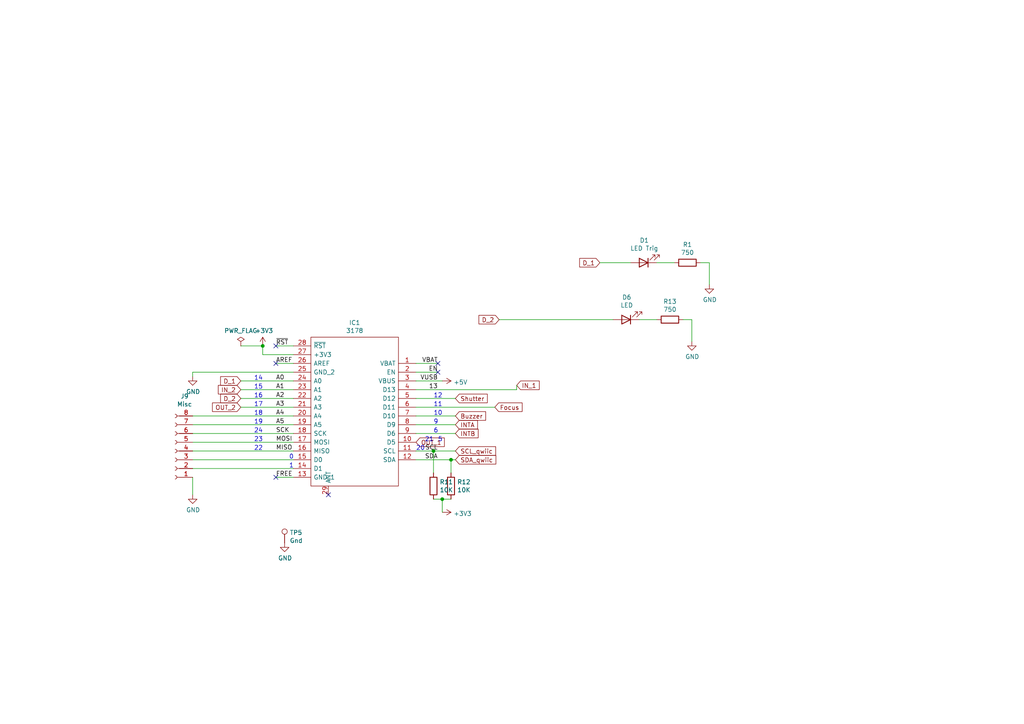
<source format=kicad_sch>
(kicad_sch (version 20230121) (generator eeschema)
  (paper "A4")
  (lib_symbols
    (symbol "CameraTriggerSensorNodeOnly-rescue:+3.3V-power" (power) (pin_names (offset 0))
      (property "Value" "+3.3V-power" (at 0 3.556 0))
      (symbol "+3.3V-power_0_1"
        (polyline (pts (xy -0.762 1.27) (xy 0 2.54)))
        (polyline (pts (xy 0 0) (xy 0 2.54)))
        (polyline (pts (xy 0 2.54) (xy 0.762 1.27)))
      )
      (symbol "+3.3V-power_1_1"
        (pin power_in line (at 0 0 90) (length 0) hide (name "+3V3") (number "1"))
      )
    )
    (symbol "CameraTriggerSensorNodeOnly-rescue:3178-SamacSys_Parts" (pin_names (offset 0.762))
      (property "Reference" "IC" (at 49.53 15.24 0))
      (property "Value" "3178-SamacSys_Parts" (at 49.53 12.7 0))
      (symbol "3178-SamacSys_Parts_0_0"
        (pin unspecified line (at 12.7 15.24 270) (length 5.08) (name "VBAT") (number "1"))
        (pin unspecified line (at 35.56 15.24 270) (length 5.08) (name "D5") (number "10"))
        (pin unspecified line (at 38.1 15.24 270) (length 5.08) (name "SCL") (number "11"))
        (pin unspecified line (at 40.64 15.24 270) (length 5.08) (name "SDA") (number "12"))
        (pin unspecified line (at 45.72 -20.32 90) (length 5.08) (name "GND_1") (number "13"))
        (pin unspecified line (at 43.18 -20.32 90) (length 5.08) (name "D1") (number "14"))
        (pin unspecified line (at 40.64 -20.32 90) (length 5.08) (name "D0") (number "15"))
        (pin unspecified line (at 38.1 -20.32 90) (length 5.08) (name "MISO") (number "16"))
        (pin unspecified line (at 35.56 -20.32 90) (length 5.08) (name "MOSI") (number "17"))
        (pin unspecified line (at 33.02 -20.32 90) (length 5.08) (name "SCK") (number "18"))
        (pin unspecified line (at 30.48 -20.32 90) (length 5.08) (name "A5") (number "19"))
        (pin unspecified line (at 15.24 15.24 270) (length 5.08) (name "EN") (number "2"))
        (pin unspecified line (at 27.94 -20.32 90) (length 5.08) (name "A4") (number "20"))
        (pin unspecified line (at 25.4 -20.32 90) (length 5.08) (name "A3") (number "21"))
        (pin unspecified line (at 22.86 -20.32 90) (length 5.08) (name "A2") (number "22"))
        (pin unspecified line (at 20.32 -20.32 90) (length 5.08) (name "A1") (number "23"))
        (pin unspecified line (at 17.78 -20.32 90) (length 5.08) (name "A0") (number "24"))
        (pin unspecified line (at 15.24 -20.32 90) (length 5.08) (name "GND_2") (number "25"))
        (pin unspecified line (at 12.7 -20.32 90) (length 5.08) (name "AREF") (number "26"))
        (pin unspecified line (at 10.16 -20.32 90) (length 5.08) (name "+3V3") (number "27"))
        (pin unspecified line (at 7.62 -20.32 90) (length 5.08) (name "~{RST}") (number "28"))
        (pin unspecified line (at 17.78 15.24 270) (length 5.08) (name "VBUS") (number "3"))
        (pin unspecified line (at 20.32 15.24 270) (length 5.08) (name "D13") (number "4"))
        (pin unspecified line (at 22.86 15.24 270) (length 5.08) (name "D12") (number "5"))
        (pin unspecified line (at 25.4 15.24 270) (length 5.08) (name "D11") (number "6"))
        (pin unspecified line (at 27.94 15.24 270) (length 5.08) (name "D10") (number "7"))
        (pin unspecified line (at 30.48 15.24 270) (length 5.08) (name "D9") (number "8"))
        (pin unspecified line (at 33.02 15.24 270) (length 5.08) (name "D6") (number "9"))
      )
      (symbol "3178-SamacSys_Parts_0_1"
        (polyline (pts (xy 5.08 10.16) (xy 48.26 10.16) (xy 48.26 -15.24) (xy 5.08 -15.24) (xy 5.08 10.16)) (stroke (width 0.1524)))
      )
      (symbol "3178-SamacSys_Parts_1_1"
        (pin output line (at 50.8 -10.16 180) (length 2.54) (name "ANT") (number "29"))
      )
    )
    (symbol "CameraTriggerSensorNodeOnly-rescue:Conn_01x08_Female-Connector" (pin_names (offset 1.016) hide)
      (property "Reference" "J" (at 0 10.16 0))
      (property "Value" "Connector_Conn_01x08_Female" (at 0 -12.7 0))
      (symbol "Conn_01x08_Female-Connector_1_1"
        (arc (start 0 -9.652) (mid -0.5058 -10.16) (end 0 -10.668) (stroke (width 0.1524)))
        (arc (start 0 -7.112) (mid -0.5058 -7.62) (end 0 -8.128) (stroke (width 0.1524)))
        (arc (start 0 -4.572) (mid -0.5058 -5.08) (end 0 -5.588) (stroke (width 0.1524)))
        (arc (start 0 -2.032) (mid -0.5058 -2.54) (end 0 -3.048) (stroke (width 0.1524)))
        (polyline (pts (xy -1.27 -10.16) (xy -0.508 -10.16)) (stroke (width 0.1524)))
        (polyline (pts (xy -1.27 -7.62) (xy -0.508 -7.62)) (stroke (width 0.1524)))
        (polyline (pts (xy -1.27 -5.08) (xy -0.508 -5.08)) (stroke (width 0.1524)))
        (polyline (pts (xy -1.27 -2.54) (xy -0.508 -2.54)) (stroke (width 0.1524)))
        (polyline (pts (xy -1.27 0) (xy -0.508 0)) (stroke (width 0.1524)))
        (polyline (pts (xy -1.27 2.54) (xy -0.508 2.54)) (stroke (width 0.1524)))
        (polyline (pts (xy -1.27 5.08) (xy -0.508 5.08)) (stroke (width 0.1524)))
        (polyline (pts (xy -1.27 7.62) (xy -0.508 7.62)) (stroke (width 0.1524)))
        (arc (start 0 0.508) (mid -0.5058 0) (end 0 -0.508) (stroke (width 0.1524)))
        (arc (start 0 3.048) (mid -0.5058 2.54) (end 0 2.032) (stroke (width 0.1524)))
        (arc (start 0 5.588) (mid -0.5058 5.08) (end 0 4.572) (stroke (width 0.1524)))
        (arc (start 0 8.128) (mid -0.5058 7.62) (end 0 7.112) (stroke (width 0.1524)))
        (pin passive line (at -5.08 7.62 0) (length 3.81) (name "Pin_1") (number "1"))
        (pin passive line (at -5.08 5.08 0) (length 3.81) (name "Pin_2") (number "2"))
        (pin passive line (at -5.08 2.54 0) (length 3.81) (name "Pin_3") (number "3"))
        (pin passive line (at -5.08 0 0) (length 3.81) (name "Pin_4") (number "4"))
        (pin passive line (at -5.08 -2.54 0) (length 3.81) (name "Pin_5") (number "5"))
        (pin passive line (at -5.08 -5.08 0) (length 3.81) (name "Pin_6") (number "6"))
        (pin passive line (at -5.08 -7.62 0) (length 3.81) (name "Pin_7") (number "7"))
        (pin passive line (at -5.08 -10.16 0) (length 3.81) (name "Pin_8") (number "8"))
      )
    )
    (symbol "Connector:TestPoint" (pin_numbers hide) (pin_names (offset 0.762) hide)
      (property "Reference" "TP" (at 0 6.858 0))
      (property "Value" "TestPoint" (at 0 5.08 0))
      (symbol "TestPoint_0_1"
        (circle (center 0 3.302) (radius 0.762))
      )
      (symbol "TestPoint_1_1"
        (pin passive line (at 0 0 90) (length 2.54) (name "1") (number "1"))
      )
    )
    (symbol "Device:LED" (pin_numbers hide) (pin_names (offset 1.016) hide)
      (property "Reference" "D" (at 0 2.54 0))
      (property "Value" "LED" (at 0 -2.54 0))
      (symbol "LED_0_1"
        (polyline (pts (xy -1.27 -1.27) (xy -1.27 1.27)) (stroke (width 0.254)))
        (polyline (pts (xy -1.27 0) (xy 1.27 0)))
        (polyline (pts (xy 1.27 -1.27) (xy 1.27 1.27) (xy -1.27 0) (xy 1.27 -1.27)) (stroke (width 0.254)))
        (polyline (pts (xy -3.048 -0.762) (xy -4.572 -2.286) (xy -3.81 -2.286) (xy -4.572 -2.286) (xy -4.572 -1.524)))
        (polyline (pts (xy -1.778 -0.762) (xy -3.302 -2.286) (xy -2.54 -2.286) (xy -3.302 -2.286) (xy -3.302 -1.524)))
      )
      (symbol "LED_1_1"
        (pin passive line (at -3.81 0 0) (length 2.54) (name "K") (number "1"))
        (pin passive line (at 3.81 0 180) (length 2.54) (name "A") (number "2"))
      )
    )
    (symbol "Device:R" (pin_numbers hide) (pin_names (offset 0))
      (property "Reference" "R" (at 2.032 0 90))
      (property "Value" "R" (at 0 0 90))
      (symbol "R_0_1"
        (rectangle (start -1.016 -2.54) (end 1.016 2.54) (stroke (width 0.254)))
      )
      (symbol "R_1_1"
        (pin passive line (at 0 3.81 270) (length 1.27) (name "~") (number "1"))
        (pin passive line (at 0 -3.81 90) (length 1.27) (name "~") (number "2"))
      )
    )
    (symbol "power:+5V" (power) (pin_names (offset 0))
      (property "Value" "+5V" (at 0 3.556 0))
      (symbol "+5V_0_1"
        (polyline (pts (xy -0.762 1.27) (xy 0 2.54)))
        (polyline (pts (xy 0 0) (xy 0 2.54)))
        (polyline (pts (xy 0 2.54) (xy 0.762 1.27)))
      )
      (symbol "+5V_1_1"
        (pin power_in line (at 0 0 90) (length 0) hide (name "+5V") (number "1"))
      )
    )
    (symbol "power:GND" (power) (pin_names (offset 0))
      (property "Value" "GND" (at 0 -3.81 0))
      (symbol "GND_0_1"
        (polyline (pts (xy 0 0) (xy 0 -1.27) (xy 1.27 -1.27) (xy 0 -2.54) (xy -1.27 -1.27) (xy 0 -1.27)))
      )
      (symbol "GND_1_1"
        (pin power_in line (at 0 0 270) (length 0) hide (name "GND") (number "1"))
      )
    )
    (symbol "power:PWR_FLAG" (power) (pin_numbers hide) (pin_names (offset 0) hide)
      (property "Value" "PWR_FLAG" (at 0 3.81 0))
      (symbol "PWR_FLAG_0_0"
        (pin power_out line (at 0 0 90) (length 0) (name "pwr") (number "1"))
      )
      (symbol "PWR_FLAG_0_1"
        (polyline (pts (xy 0 0) (xy 0 1.27) (xy -1.016 1.905) (xy 0 2.54) (xy 1.016 1.905) (xy 0 1.27)))
      )
    )
  )
  (junction (at 128.27 144.78))
  (junction (at 76.2 100.33))
  (junction (at 130.81 133.35))
  (junction (at 125.73 130.81))
  (no_connect (at 80.01 138.43))
  (no_connect (at 127 105.41))
  (no_connect (at 127 107.95))
  (no_connect (at 80.01 100.33))
  (no_connect (at 80.01 105.41))
  (no_connect (at 95.25 143.51))
  (wire (pts (xy 55.88 107.95) (xy 85.09 107.95)))
  (wire (pts (xy 85.09 123.19) (xy 55.88 123.19)))
  (wire (pts (xy 120.65 120.65) (xy 132.08 120.65)))
  (wire (pts (xy 69.85 110.49) (xy 85.09 110.49)))
  (wire (pts (xy 69.85 100.33) (xy 76.2 100.33)))
  (wire (pts (xy 190.5 76.2) (xy 195.58 76.2)))
  (wire (pts (xy 85.09 135.89) (xy 55.88 135.89)))
  (wire (pts (xy 205.74 76.2) (xy 205.74 82.55)))
  (wire (pts (xy 120.65 110.49) (xy 128.27 110.49)))
  (wire (pts (xy 85.09 130.81) (xy 55.88 130.81)))
  (wire (pts (xy 76.2 102.87) (xy 85.09 102.87)))
  (wire (pts (xy 128.27 144.78) (xy 128.27 148.59)))
  (wire (pts (xy 120.65 107.95) (xy 127 107.95)))
  (wire (pts (xy 80.01 100.33) (xy 85.09 100.33)))
  (wire (pts (xy 55.88 109.22) (xy 55.88 107.95)))
  (wire (pts (xy 125.73 130.81) (xy 132.08 130.81)))
  (wire (pts (xy 69.85 118.11) (xy 85.09 118.11)))
  (wire (pts (xy 120.65 133.35) (xy 130.81 133.35)))
  (wire (pts (xy 144.78 92.71) (xy 177.8 92.71)))
  (wire (pts (xy 128.27 144.78) (xy 130.81 144.78)))
  (wire (pts (xy 120.65 125.73) (xy 132.08 125.73)))
  (wire (pts (xy 85.09 128.27) (xy 55.88 128.27)))
  (wire (pts (xy 120.65 113.03) (xy 149.86 113.03)))
  (wire (pts (xy 198.12 92.71) (xy 200.66 92.71)))
  (wire (pts (xy 55.88 138.43) (xy 55.88 143.51)))
  (wire (pts (xy 85.09 133.35) (xy 55.88 133.35)))
  (wire (pts (xy 149.86 113.03) (xy 149.86 111.76)))
  (wire (pts (xy 203.2 76.2) (xy 205.74 76.2)))
  (wire (pts (xy 80.01 105.41) (xy 85.09 105.41)))
  (wire (pts (xy 185.42 92.71) (xy 190.5 92.71)))
  (wire (pts (xy 69.85 113.03) (xy 85.09 113.03)))
  (wire (pts (xy 120.65 130.81) (xy 125.73 130.81)))
  (wire (pts (xy 120.65 123.19) (xy 132.08 123.19)))
  (wire (pts (xy 120.65 118.11) (xy 143.51 118.11)))
  (wire (pts (xy 85.09 125.73) (xy 55.88 125.73)))
  (wire (pts (xy 130.81 133.35) (xy 132.08 133.35)))
  (wire (pts (xy 85.09 120.65) (xy 55.88 120.65)))
  (wire (pts (xy 200.66 92.71) (xy 200.66 99.06)))
  (wire (pts (xy 173.99 76.2) (xy 182.88 76.2)))
  (wire (pts (xy 125.73 144.78) (xy 128.27 144.78)))
  (wire (pts (xy 120.65 105.41) (xy 127 105.41)))
  (wire (pts (xy 76.2 100.33) (xy 76.2 102.87)))
  (wire (pts (xy 130.81 133.35) (xy 130.81 137.16)))
  (wire (pts (xy 120.65 115.57) (xy 132.08 115.57)))
  (wire (pts (xy 125.73 130.81) (xy 125.73 137.16)))
  (wire (pts (xy 80.01 138.43) (xy 85.09 138.43)))
  (wire (pts (xy 69.85 115.57) (xy 85.09 115.57)))
  (text "22" (at 73.66 130.81 0) (effects (font (size 1.27 1.27)) (justify left bottom)))
  (text "5" (at 127 128.27 0) (effects (font (size 1.27 1.27)) (justify left bottom)))
  (text "6" (at 125.73 125.73 0) (effects (font (size 1.27 1.27)) (justify left bottom)))
  (text "20" (at 120.65 130.81 0) (effects (font (size 1.27 1.27)) (justify left bottom)))
  (text "15" (at 73.66 113.03 0) (effects (font (size 1.27 1.27)) (justify left bottom)))
  (text "21" (at 123.19 128.27 0) (effects (font (size 1.27 1.27)) (justify left bottom)))
  (text "24" (at 73.66 125.73 0) (effects (font (size 1.27 1.27)) (justify left bottom)))
  (text "14" (at 73.66 110.49 0) (effects (font (size 1.27 1.27)) (justify left bottom)))
  (text "16" (at 73.66 115.57 0) (effects (font (size 1.27 1.27)) (justify left bottom)))
  (text "17" (at 73.66 118.11 0) (effects (font (size 1.27 1.27)) (justify left bottom)))
  (text "0" (at 83.82 133.35 0) (effects (font (size 1.27 1.27)) (justify left bottom)))
  (text "19" (at 73.66 123.19 0) (effects (font (size 1.27 1.27)) (justify left bottom)))
  (text "18" (at 73.66 120.65 0) (effects (font (size 1.27 1.27)) (justify left bottom)))
  (text "12" (at 125.73 115.57 0) (effects (font (size 1.27 1.27)) (justify left bottom)))
  (text "11" (at 125.73 118.11 0) (effects (font (size 1.27 1.27)) (justify left bottom)))
  (text "1" (at 83.82 135.89 0) (effects (font (size 1.27 1.27)) (justify left bottom)))
  (text "23" (at 73.66 128.27 0) (effects (font (size 1.27 1.27)) (justify left bottom)))
  (text "9" (at 125.73 123.19 0) (effects (font (size 1.27 1.27)) (justify left bottom)))
  (text "10" (at 125.73 120.65 0) (effects (font (size 1.27 1.27)) (justify left bottom)))
  (label "AREF" (at 80.01 105.41 0))
  (label "~{RST}" (at 80.01 100.33 0))
  (label "EN" (at 127 107.95 180))
  (label "MOSI" (at 80.01 128.27 0))
  (label "FREE" (at 80.01 138.43 0))
  (label "A0" (at 80.01 110.49 0))
  (label "MISO" (at 80.01 130.81 0))
  (label "VUSB" (at 127 110.49 180))
  (label "SDA" (at 127 133.35 180))
  (label "SCL" (at 127 130.81 180))
  (label "SCK" (at 80.01 125.73 0))
  (label "VBAT" (at 127 105.41 180))
  (label "A4" (at 80.01 120.65 0))
  (label "A2" (at 80.01 115.57 0))
  (label "A1" (at 80.01 113.03 0))
  (label "A5" (at 80.01 123.19 0))
  (label "A3" (at 80.01 118.11 0))
  (label "13" (at 127 113.03 180))
  (global_label "D_1" (shape input) (at 173.99 76.2 180) (property "Intersheetrefs" "${INTERSHEET_REFS}" (effects hide)))
  (global_label "D_2" (shape input) (at 144.78 92.71 180) (property "Intersheetrefs" "${INTERSHEET_REFS}" (effects hide)))
  (global_label "IN_1" (shape input) (at 149.86 111.76 0) (property "Intersheetrefs" "${INTERSHEET_REFS}" (effects hide)))
  (global_label "IN_2" (shape input) (at 69.85 113.03 180) (property "Intersheetrefs" "${INTERSHEET_REFS}" (effects hide)))
  (global_label "D_2" (shape input) (at 69.85 115.57 180) (property "Intersheetrefs" "${INTERSHEET_REFS}" (effects hide)))
  (global_label "SCL_qwiic" (shape input) (at 132.08 130.81 0) (property "Intersheetrefs" "${INTERSHEET_REFS}" (effects hide)))
  (global_label "OUT_1" (shape input) (at 120.65 128.27 0) (property "Intersheetrefs" "${INTERSHEET_REFS}" (effects hide)))
  (global_label "Shutter" (shape input) (at 132.08 115.57 0) (property "Intersheetrefs" "${INTERSHEET_REFS}" (effects hide)))
  (global_label "INTB" (shape input) (at 132.08 125.73 0) (property "Intersheetrefs" "${INTERSHEET_REFS}" (effects hide)))
  (global_label "Focus" (shape input) (at 143.51 118.11 0) (property "Intersheetrefs" "${INTERSHEET_REFS}" (effects hide)))
  (global_label "Buzzer" (shape input) (at 132.08 120.65 0) (property "Intersheetrefs" "${INTERSHEET_REFS}" (effects hide)))
  (global_label "SDA_qwiic" (shape input) (at 132.08 133.35 0) (property "Intersheetrefs" "${INTERSHEET_REFS}" (effects hide)))
  (global_label "INTA" (shape input) (at 132.08 123.19 0) (property "Intersheetrefs" "${INTERSHEET_REFS}" (effects hide)))
  (global_label "OUT_2" (shape input) (at 69.85 118.11 180) (property "Intersheetrefs" "${INTERSHEET_REFS}" (effects hide)))
  (global_label "D_1" (shape input) (at 69.85 110.49 180) (property "Intersheetrefs" "${INTERSHEET_REFS}" (effects hide)))
  (symbol (lib_id "CameraTriggerSensorNodeOnly-rescue:3178-SamacSys_Parts") (at 105.41 92.71 270) (unit 1)
    (property "Reference" "IC1" (at 102.87 93.599 90))
    (property "Value" "3178" (at 102.87 95.9104 90))
    (property "Footprint" "3178" (effects hide))
    (property "Datasheet" "https://componentsearchengine.com/Datasheets/1/3403.pdf" (effects hide))
    (property "Description" "Adafruit Feather M0 with RFM95 LoRa Radio - 900MHz - RadioFruit" (effects hide))
    (property "Height" "8" (effects hide))
    (property "Mouser2 Part Number" "485-3178" (effects hide))
    (property "Mouser2 Price/Stock" "https://www.mouser.com/Search/Refine.aspx?Keyword=485-3178" (effects hide))
    (property "Manufacturer_Name" "Adafruit" (effects hide))
    (property "Manufacturer_Part_Number" "3178" (effects hide))
  )
  (symbol (lib_id "power:+5V") (at 128.27 110.49 270) (unit 1)
    (property "Reference" "#PWR03" (effects hide))
    (property "Value" "+5V" (at 131.5212 110.871 90) (effects (justify left)))
  )
  (symbol (lib_id "power:GND") (at 55.88 109.22 0) (unit 1)
    (property "Reference" "#PWR01" (effects hide))
    (property "Value" "GND" (at 56.007 113.6142 0))
  )
  (symbol (lib_id "power:PWR_FLAG") (at 69.85 100.33 0) (unit 1)
    (property "Reference" "#FLG01" (effects hide))
    (property "Value" "PWR_FLAG" (at 69.85 95.9358 0))
  )
  (symbol (lib_id "CameraTriggerSensorNodeOnly-rescue:+3.3V-power") (at 76.2 100.33 0) (unit 1)
    (property "Reference" "#PWR02" (effects hide))
    (property "Value" "+3.3V" (at 76.581 95.9358 0))
  )
  (symbol (lib_id "power:GND") (at 205.74 82.55 0) (unit 1)
    (property "Reference" "#PWR04" (effects hide))
    (property "Value" "GND" (at 205.867 86.9442 0))
  )
  (symbol (lib_id "Device:R") (at 199.39 76.2 270) (unit 1)
    (property "Reference" "R1" (at 199.39 70.9422 90))
    (property "Value" "750" (at 199.39 73.2536 90))
    (property "Footprint" "Resistor_SMD:R_0603_1608Metric" (effects hide))
    (property "LCSC" "C23241" (effects hide))
  )
  (symbol (lib_id "Device:LED") (at 186.69 76.2 180) (unit 1)
    (property "Reference" "D1" (at 186.8678 69.723 0))
    (property "Value" "LED Trig" (at 186.8678 72.0344 0))
    (property "Footprint" "LED_SMD:LED_0805_2012Metric_Pad1.15x1.40mm_HandSolder" (effects hide))
  )
  (symbol (lib_id "Connector:TestPoint") (at 82.55 157.48 0) (unit 1)
    (property "Reference" "TP5" (at 84.0232 154.4828 0) (effects (justify left)))
    (property "Value" "Gnd" (at 84.0232 156.7942 0) (effects (justify left)))
    (property "Footprint" "TestPoint:TestPoint_Keystone_5000-5004_Miniature" (effects hide))
  )
  (symbol (lib_id "power:GND") (at 82.55 157.48 0) (unit 1)
    (property "Reference" "#PWR045" (effects hide))
    (property "Value" "GND" (at 82.677 161.8742 0))
  )
  (symbol (lib_id "Device:R") (at 125.73 140.97 0) (unit 1)
    (property "Reference" "R11" (at 127.508 139.8016 0) (effects (justify left)))
    (property "Value" "10K" (at 127.508 142.113 0) (effects (justify left)))
    (property "Footprint" "Resistor_SMD:R_0603_1608Metric" (effects hide))
    (property "LCSC" "C25804" (effects hide))
  )
  (symbol (lib_id "Device:R") (at 130.81 140.97 0) (unit 1)
    (property "Reference" "R12" (at 132.588 139.8016 0) (effects (justify left)))
    (property "Value" "10K" (at 132.588 142.113 0) (effects (justify left)))
    (property "Footprint" "Resistor_SMD:R_0603_1608Metric" (effects hide))
    (property "LCSC" "C25804" (effects hide))
  )
  (symbol (lib_id "CameraTriggerSensorNodeOnly-rescue:+3.3V-power") (at 128.27 148.59 270) (unit 1)
    (property "Reference" "#PWR035" (effects hide))
    (property "Value" "+3.3V" (at 131.5212 148.971 90) (effects (justify left)))
  )
  (symbol (lib_id "power:GND") (at 200.66 99.06 0) (unit 1)
    (property "Reference" "#PWR040" (effects hide))
    (property "Value" "GND" (at 200.787 103.4542 0))
  )
  (symbol (lib_id "Device:R") (at 194.31 92.71 270) (unit 1)
    (property "Reference" "R13" (at 194.31 87.4522 90))
    (property "Value" "750" (at 194.31 89.7636 90))
    (property "Footprint" "Resistor_SMD:R_0603_1608Metric" (effects hide))
    (property "LCSC" "C23241" (effects hide))
  )
  (symbol (lib_id "Device:LED") (at 181.61 92.71 180) (unit 1)
    (property "Reference" "D6" (at 181.7878 86.233 0))
    (property "Value" "LED" (at 181.7878 88.5444 0))
    (property "Footprint" "LED_SMD:LED_0805_2012Metric_Pad1.15x1.40mm_HandSolder" (effects hide))
  )
  (symbol (lib_id "CameraTriggerSensorNodeOnly-rescue:Conn_01x08_Female-Connector") (at 50.8 130.81 180) (unit 1)
    (property "Reference" "J9" (at 53.5432 114.935 0))
    (property "Value" "Misc" (at 53.5432 117.2464 0))
    (property "Footprint" "Connector_PinHeader_2.54mm:PinHeader_1x08_P2.54mm_Vertical" (effects hide))
  )
  (symbol (lib_id "power:GND") (at 55.88 143.51 0) (unit 1)
    (property "Reference" "#PWR039" (effects hide))
    (property "Value" "GND" (at 56.007 147.9042 0))
  )
)
</source>
